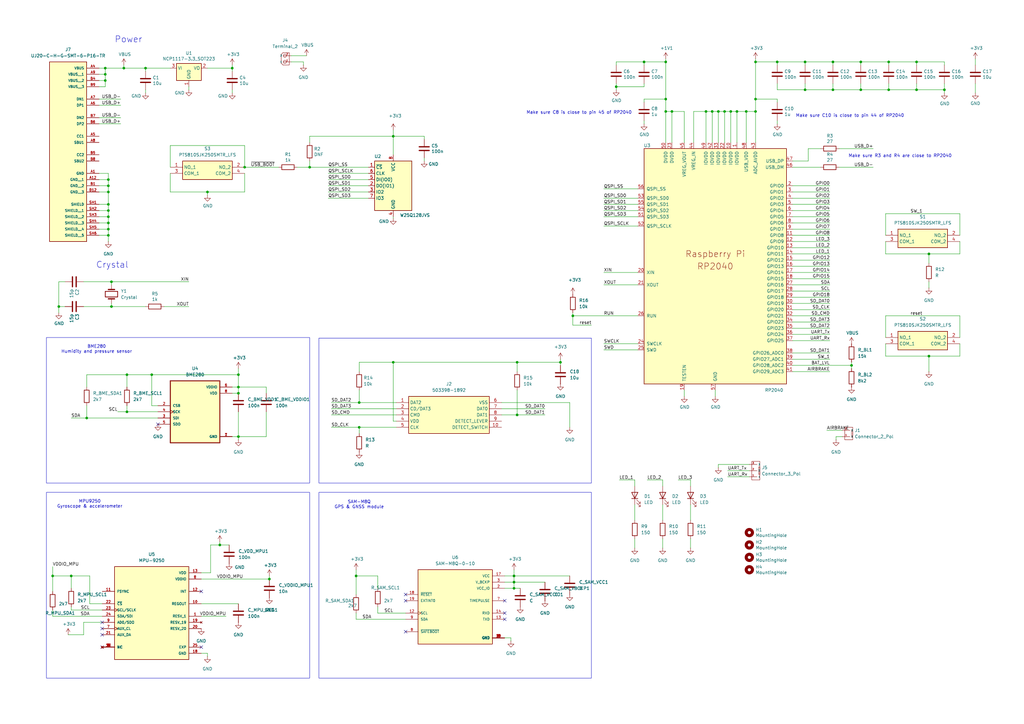
<source format=kicad_sch>
(kicad_sch (version 20250114) (generator "eeschema") (generator_version "9.0")
  (paper "A3")
  (rectangle (start 19.05 201.93) (end 127 278.13))
  (rectangle (start 19.05 138.43) (end 127 198.12))
  (rectangle (start 130.81 138.684) (end 242.57 198.12))
  (rectangle (start 130.81 201.93) (end 242.57 278.13))
  (text "SAM-M8Q\nGPS & GNSS module" (at 147.32 207.01 0) (effects (font (size 1.27 1.27))))
  (text "Crystal" (at 39.37 110.236 0) (effects (font (size 2.54 2.54)) (justify left bottom)))
  (text "Make sure C10 is close to pin 44 of RP2040" (at 326.39 48.26 0) (effects (font (size 1.27 1.27)) (justify left bottom)))
  (text "Make sure R3 and R4 are close to RP2040" (at 347.98 64.77 0) (effects (font (size 1.27 1.27)) (justify left bottom)))
  (text "BME280\nHumidity and pressure sensor" (at 39.624 143.256 0) (effects (font (size 1.27 1.27))))
  (text "MPU9250\nGyroscope & accelerometer\n" (at 36.83 206.756 0) (effects (font (size 1.27 1.27))))
  (text "Power" (at 46.99 17.78 0) (effects (font (size 2.54 2.54)) (justify left bottom)))
  (text "Make sure C8 is close to pin 45 of RP2040" (at 215.9 46.99 0) (effects (font (size 1.27 1.27)) (justify left bottom)))
  (junction (at 309.88 45.72))
  (junction (at 21.59 236.22))
  (junction (at 44.45 96.52))
  (junction (at 161.29 148.59))
  (junction (at 275.59 45.72))
  (junction (at 35.56 171.45))
  (junction (at 97.79 161.29))
  (junction (at 29.21 236.22))
  (junction (at 273.05 25.4))
  (junction (at 45.72 115.57))
  (junction (at 292.1 45.72))
  (junction (at 24.13 125.73))
  (junction (at 44.45 78.74))
  (junction (at 210.82 241.3))
  (junction (at 52.07 153.67))
  (junction (at 62.23 153.67))
  (junction (at 43.18 33.02))
  (junction (at 330.2 36.83))
  (junction (at 97.79 153.67))
  (junction (at 341.63 25.4))
  (junction (at 52.07 168.91))
  (junction (at 353.06 25.4))
  (junction (at 302.26 45.72))
  (junction (at 381 104.14))
  (junction (at 264.16 25.4))
  (junction (at 309.88 25.4))
  (junction (at 381 146.05))
  (junction (at 349.25 149.86))
  (junction (at 44.45 93.98))
  (junction (at 273.05 45.72))
  (junction (at 45.72 125.73))
  (junction (at 50.8 27.94))
  (junction (at 212.09 148.59))
  (junction (at 294.64 45.72))
  (junction (at 273.05 40.64))
  (junction (at 146.05 236.22))
  (junction (at 44.45 88.9))
  (junction (at 375.92 25.4))
  (junction (at 309.88 40.64))
  (junction (at 100.33 68.58))
  (junction (at 44.45 73.66))
  (junction (at 318.77 25.4))
  (junction (at 364.49 25.4))
  (junction (at 234.95 129.54))
  (junction (at 147.32 175.26))
  (junction (at 90.17 223.52))
  (junction (at 44.45 91.44))
  (junction (at 299.72 45.72))
  (junction (at 44.45 86.36))
  (junction (at 375.92 36.83))
  (junction (at 147.32 165.1))
  (junction (at 95.25 27.94))
  (junction (at 341.63 36.83))
  (junction (at 210.82 236.22))
  (junction (at 252.73 35.56))
  (junction (at 127 68.58))
  (junction (at 85.09 78.74))
  (junction (at 353.06 36.83))
  (junction (at 289.56 45.72))
  (junction (at 97.79 179.07))
  (junction (at 97.79 158.75))
  (junction (at 212.09 170.18))
  (junction (at 229.87 148.59))
  (junction (at 110.49 237.49))
  (junction (at 297.18 45.72))
  (junction (at 43.18 27.94))
  (junction (at 43.18 30.48))
  (junction (at 387.35 36.83))
  (junction (at 364.49 36.83))
  (junction (at 330.2 25.4))
  (junction (at 44.45 76.2))
  (junction (at 59.69 27.94))
  (junction (at 306.07 45.72))
  (junction (at 161.29 55.88))
  (junction (at 210.82 238.76))
  (junction (at 44.45 83.82))
  (no_connect (at 41.91 265.43))
  (no_connect (at 41.91 255.27))
  (no_connect (at 166.37 246.38))
  (no_connect (at 64.77 173.99))
  (no_connect (at 207.01 251.46))
  (no_connect (at 41.91 257.81))
  (no_connect (at 82.55 265.43))
  (no_connect (at 207.01 246.38))
  (no_connect (at 166.37 259.08))
  (no_connect (at 207.01 254))
  (no_connect (at 41.91 260.35))
  (no_connect (at 166.37 243.84))
  (no_connect (at 82.55 242.57))
  (wire (pts (xy 34.29 115.57) (xy 45.72 115.57)))
  (wire (pts (xy 234.95 129.54) (xy 261.62 129.54)))
  (wire (pts (xy 40.64 35.56) (xy 43.18 35.56)))
  (wire (pts (xy 400.05 34.29) (xy 400.05 38.1)))
  (wire (pts (xy 40.64 43.18) (xy 49.53 43.18)))
  (wire (pts (xy 36.83 247.65) (xy 36.83 236.22)))
  (wire (pts (xy 264.16 49.53) (xy 264.16 50.8)))
  (wire (pts (xy 309.88 25.4) (xy 309.88 40.64)))
  (wire (pts (xy 280.67 45.72) (xy 275.59 45.72)))
  (wire (pts (xy 229.87 147.32) (xy 229.87 148.59)))
  (wire (pts (xy 261.62 116.84) (xy 247.65 116.84)))
  (wire (pts (xy 210.82 238.76) (xy 223.52 238.76)))
  (wire (pts (xy 44.45 78.74) (xy 44.45 83.82)))
  (wire (pts (xy 325.12 134.62) (xy 340.36 134.62)))
  (wire (pts (xy 109.22 168.91) (xy 109.22 179.07)))
  (wire (pts (xy 95.25 29.21) (xy 95.25 27.94)))
  (wire (pts (xy 35.56 153.67) (xy 52.07 153.67)))
  (wire (pts (xy 69.85 78.74) (xy 85.09 78.74)))
  (wire (pts (xy 252.73 26.67) (xy 252.73 25.4)))
  (wire (pts (xy 207.01 241.3) (xy 210.82 241.3)))
  (wire (pts (xy 325.12 99.06) (xy 340.36 99.06)))
  (wire (pts (xy 325.12 121.92) (xy 340.36 121.92)))
  (wire (pts (xy 97.79 158.75) (xy 109.22 158.75)))
  (wire (pts (xy 44.45 88.9) (xy 44.45 91.44)))
  (wire (pts (xy 325.12 139.7) (xy 340.36 139.7)))
  (wire (pts (xy 325.12 76.2) (xy 340.36 76.2)))
  (wire (pts (xy 298.45 195.58) (xy 307.34 195.58)))
  (wire (pts (xy 375.92 36.83) (xy 364.49 36.83)))
  (wire (pts (xy 212.09 148.59) (xy 229.87 148.59)))
  (wire (pts (xy 271.78 207.01) (xy 271.78 213.36)))
  (wire (pts (xy 252.73 35.56) (xy 252.73 36.83)))
  (wire (pts (xy 34.29 125.73) (xy 45.72 125.73)))
  (wire (pts (xy 40.64 83.82) (xy 44.45 83.82)))
  (wire (pts (xy 353.06 36.83) (xy 341.63 36.83)))
  (wire (pts (xy 147.32 165.1) (xy 162.56 165.1)))
  (wire (pts (xy 151.13 78.74) (xy 134.62 78.74)))
  (wire (pts (xy 124.46 25.4) (xy 124.46 26.67)))
  (wire (pts (xy 162.56 172.72) (xy 161.29 172.72)))
  (wire (pts (xy 325.12 101.6) (xy 340.36 101.6)))
  (wire (pts (xy 100.33 71.12) (xy 100.33 78.74)))
  (wire (pts (xy 210.82 241.3) (xy 213.36 241.3)))
  (wire (pts (xy 40.64 40.64) (xy 49.53 40.64)))
  (wire (pts (xy 95.25 158.75) (xy 97.79 158.75)))
  (wire (pts (xy 400.05 24.13) (xy 400.05 26.67)))
  (wire (pts (xy 299.72 45.72) (xy 302.26 45.72)))
  (wire (pts (xy 331.47 60.96) (xy 336.55 60.96)))
  (wire (pts (xy 325.12 83.82) (xy 340.36 83.82)))
  (wire (pts (xy 69.85 27.94) (xy 59.69 27.94)))
  (wire (pts (xy 90.17 223.52) (xy 90.17 222.25)))
  (wire (pts (xy 387.35 26.67) (xy 387.35 25.4)))
  (wire (pts (xy 85.09 78.74) (xy 85.09 80.01)))
  (wire (pts (xy 252.73 35.56) (xy 264.16 35.56)))
  (wire (pts (xy 247.65 111.76) (xy 261.62 111.76)))
  (wire (pts (xy 364.49 25.4) (xy 375.92 25.4)))
  (wire (pts (xy 40.64 86.36) (xy 44.45 86.36)))
  (wire (pts (xy 275.59 45.72) (xy 273.05 45.72)))
  (wire (pts (xy 21.59 252.73) (xy 21.59 250.19)))
  (wire (pts (xy 40.64 76.2) (xy 44.45 76.2)))
  (wire (pts (xy 264.16 35.56) (xy 264.16 34.29)))
  (wire (pts (xy 95.25 36.83) (xy 95.25 38.1)))
  (wire (pts (xy 127 55.88) (xy 161.29 55.88)))
  (wire (pts (xy 147.32 160.02) (xy 147.32 165.1)))
  (wire (pts (xy 260.35 207.01) (xy 260.35 213.36)))
  (wire (pts (xy 284.48 58.42) (xy 284.48 45.72)))
  (wire (pts (xy 273.05 40.64) (xy 273.05 45.72)))
  (wire (pts (xy 64.77 166.37) (xy 62.23 166.37)))
  (wire (pts (xy 173.99 57.15) (xy 173.99 55.88)))
  (wire (pts (xy 95.25 161.29) (xy 97.79 161.29)))
  (wire (pts (xy 387.35 36.83) (xy 387.35 38.1)))
  (wire (pts (xy 154.94 248.92) (xy 154.94 251.46)))
  (wire (pts (xy 381 146.05) (xy 393.7 146.05)))
  (wire (pts (xy 349.25 149.86) (xy 349.25 148.59)))
  (wire (pts (xy 325.12 86.36) (xy 340.36 86.36)))
  (wire (pts (xy 135.89 165.1) (xy 147.32 165.1)))
  (wire (pts (xy 21.59 236.22) (xy 29.21 236.22)))
  (wire (pts (xy 234.95 133.35) (xy 242.57 133.35)))
  (wire (pts (xy 45.72 116.84) (xy 45.72 115.57)))
  (wire (pts (xy 381 146.05) (xy 381 152.4)))
  (wire (pts (xy 207.01 236.22) (xy 210.82 236.22)))
  (wire (pts (xy 325.12 129.54) (xy 340.36 129.54)))
  (wire (pts (xy 147.32 148.59) (xy 161.29 148.59)))
  (wire (pts (xy 247.65 81.28) (xy 261.62 81.28)))
  (wire (pts (xy 97.79 158.75) (xy 97.79 161.29)))
  (wire (pts (xy 40.64 30.48) (xy 43.18 30.48)))
  (wire (pts (xy 210.82 241.3) (xy 210.82 238.76)))
  (wire (pts (xy 325.12 93.98) (xy 340.36 93.98)))
  (wire (pts (xy 309.88 40.64) (xy 318.77 40.64)))
  (wire (pts (xy 166.37 254) (xy 146.05 254)))
  (wire (pts (xy 34.29 255.27) (xy 41.91 255.27)))
  (wire (pts (xy 69.85 59.69) (xy 100.33 59.69)))
  (wire (pts (xy 283.21 220.98) (xy 283.21 224.79)))
  (wire (pts (xy 283.21 207.01) (xy 283.21 213.36)))
  (wire (pts (xy 341.63 26.67) (xy 341.63 25.4)))
  (wire (pts (xy 40.64 91.44) (xy 44.45 91.44)))
  (wire (pts (xy 43.18 30.48) (xy 43.18 27.94)))
  (wire (pts (xy 109.22 158.75) (xy 109.22 161.29)))
  (wire (pts (xy 205.74 170.18) (xy 212.09 170.18)))
  (wire (pts (xy 381 104.14) (xy 381 107.95)))
  (wire (pts (xy 325.12 88.9) (xy 340.36 88.9)))
  (wire (pts (xy 29.21 171.45) (xy 35.56 171.45)))
  (wire (pts (xy 35.56 153.67) (xy 35.56 158.75)))
  (wire (pts (xy 325.12 152.4) (xy 340.36 152.4)))
  (wire (pts (xy 151.13 81.28) (xy 134.62 81.28)))
  (wire (pts (xy 147.32 148.59) (xy 147.32 152.4)))
  (wire (pts (xy 151.13 76.2) (xy 134.62 76.2)))
  (wire (pts (xy 44.45 73.66) (xy 44.45 76.2)))
  (wire (pts (xy 52.07 153.67) (xy 52.07 158.75)))
  (wire (pts (xy 325.12 144.78) (xy 340.36 144.78)))
  (wire (pts (xy 309.88 45.72) (xy 309.88 58.42)))
  (wire (pts (xy 40.64 27.94) (xy 43.18 27.94)))
  (wire (pts (xy 325.12 104.14) (xy 340.36 104.14)))
  (wire (pts (xy 69.85 68.58) (xy 69.85 59.69)))
  (wire (pts (xy 212.09 160.02) (xy 212.09 170.18)))
  (wire (pts (xy 92.71 252.73) (xy 82.55 252.73)))
  (wire (pts (xy 264.16 25.4) (xy 273.05 25.4)))
  (wire (pts (xy 59.69 36.83) (xy 59.69 38.1)))
  (wire (pts (xy 297.18 58.42) (xy 297.18 45.72)))
  (wire (pts (xy 363.22 146.05) (xy 381 146.05)))
  (wire (pts (xy 95.25 179.07) (xy 97.79 179.07)))
  (wire (pts (xy 363.22 129.54) (xy 393.7 129.54)))
  (wire (pts (xy 151.13 73.66) (xy 134.62 73.66)))
  (wire (pts (xy 44.45 96.52) (xy 44.45 99.06)))
  (wire (pts (xy 146.05 233.68) (xy 146.05 236.22)))
  (wire (pts (xy 294.64 45.72) (xy 297.18 45.72)))
  (wire (pts (xy 353.06 26.67) (xy 353.06 25.4)))
  (wire (pts (xy 40.64 48.26) (xy 49.53 48.26)))
  (wire (pts (xy 41.91 252.73) (xy 21.59 252.73)))
  (wire (pts (xy 146.05 236.22) (xy 146.05 243.84)))
  (wire (pts (xy 147.32 175.26) (xy 147.32 177.8)))
  (wire (pts (xy 318.77 49.53) (xy 318.77 50.8)))
  (wire (pts (xy 364.49 34.29) (xy 364.49 36.83)))
  (wire (pts (xy 318.77 34.29) (xy 318.77 36.83)))
  (wire (pts (xy 375.92 26.67) (xy 375.92 25.4)))
  (wire (pts (xy 325.12 116.84) (xy 340.36 116.84)))
  (wire (pts (xy 21.59 242.57) (xy 21.59 236.22)))
  (wire (pts (xy 173.99 64.77) (xy 173.99 66.04)))
  (wire (pts (xy 26.67 125.73) (xy 24.13 125.73)))
  (wire (pts (xy 353.06 25.4) (xy 364.49 25.4)))
  (wire (pts (xy 353.06 34.29) (xy 353.06 36.83)))
  (wire (pts (xy 90.17 223.52) (xy 93.98 223.52)))
  (wire (pts (xy 331.47 60.96) (xy 331.47 66.04)))
  (wire (pts (xy 341.63 25.4) (xy 353.06 25.4)))
  (wire (pts (xy 325.12 111.76) (xy 340.36 111.76)))
  (wire (pts (xy 21.59 232.41) (xy 21.59 236.22)))
  (wire (pts (xy 44.45 83.82) (xy 44.45 86.36)))
  (wire (pts (xy 280.67 58.42) (xy 280.67 45.72)))
  (wire (pts (xy 97.79 151.13) (xy 97.79 153.67)))
  (wire (pts (xy 29.21 250.19) (xy 29.21 248.92)))
  (wire (pts (xy 210.82 236.22) (xy 210.82 233.68)))
  (wire (pts (xy 393.7 104.14) (xy 393.7 99.06)))
  (wire (pts (xy 34.29 255.27) (xy 34.29 260.35)))
  (wire (pts (xy 261.62 143.51) (xy 247.65 143.51)))
  (wire (pts (xy 325.12 81.28) (xy 340.36 81.28)))
  (wire (pts (xy 154.94 236.22) (xy 146.05 236.22)))
  (wire (pts (xy 36.83 236.22) (xy 29.21 236.22)))
  (wire (pts (xy 252.73 25.4) (xy 264.16 25.4)))
  (wire (pts (xy 363.22 99.06) (xy 363.22 104.14)))
  (wire (pts (xy 284.48 45.72) (xy 289.56 45.72)))
  (wire (pts (xy 260.35 220.98) (xy 260.35 224.79)))
  (wire (pts (xy 381 104.14) (xy 393.7 104.14)))
  (wire (pts (xy 325.12 147.32) (xy 340.36 147.32)))
  (wire (pts (xy 24.13 125.73) (xy 24.13 128.27)))
  (wire (pts (xy 330.2 36.83) (xy 318.77 36.83)))
  (wire (pts (xy 297.18 45.72) (xy 299.72 45.72)))
  (wire (pts (xy 40.64 93.98) (xy 44.45 93.98)))
  (wire (pts (xy 40.64 50.8) (xy 49.53 50.8)))
  (wire (pts (xy 363.22 138.43) (xy 363.22 129.54)))
  (wire (pts (xy 161.29 172.72) (xy 161.29 148.59)))
  (wire (pts (xy 146.05 254) (xy 146.05 251.46)))
  (wire (pts (xy 325.12 109.22) (xy 340.36 109.22)))
  (wire (pts (xy 363.22 104.14) (xy 381 104.14)))
  (wire (pts (xy 29.21 241.3) (xy 29.21 236.22)))
  (wire (pts (xy 341.63 36.83) (xy 330.2 36.83)))
  (wire (pts (xy 100.33 59.69) (xy 100.33 68.58)))
  (wire (pts (xy 271.78 220.98) (xy 271.78 224.79)))
  (wire (pts (xy 342.9 179.07) (xy 345.44 179.07)))
  (wire (pts (xy 325.12 96.52) (xy 340.36 96.52)))
  (wire (pts (xy 64.77 168.91) (xy 52.07 168.91)))
  (wire (pts (xy 280.67 160.02) (xy 280.67 162.56)))
  (wire (pts (xy 62.23 153.67) (xy 97.79 153.67)))
  (wire (pts (xy 306.07 45.72) (xy 309.88 45.72)))
  (wire (pts (xy 48.26 168.91) (xy 52.07 168.91)))
  (wire (pts (xy 339.09 176.53) (xy 345.44 176.53)))
  (wire (pts (xy 100.33 68.58) (xy 114.3 68.58)))
  (wire (pts (xy 375.92 25.4) (xy 387.35 25.4)))
  (wire (pts (xy 306.07 58.42) (xy 306.07 45.72)))
  (wire (pts (xy 85.09 269.24) (xy 85.09 267.97)))
  (wire (pts (xy 260.35 196.85) (xy 260.35 199.39)))
  (wire (pts (xy 325.12 124.46) (xy 340.36 124.46)))
  (wire (pts (xy 41.91 250.19) (xy 29.21 250.19)))
  (wire (pts (xy 292.1 58.42) (xy 292.1 45.72)))
  (wire (pts (xy 62.23 153.67) (xy 62.23 166.37)))
  (wire (pts (xy 261.62 92.71) (xy 247.65 92.71)))
  (wire (pts (xy 44.45 93.98) (xy 44.45 96.52)))
  (wire (pts (xy 393.7 129.54) (xy 393.7 138.43)))
  (wire (pts (xy 264.16 26.67) (xy 264.16 25.4)))
  (wire (pts (xy 234.95 129.54) (xy 234.95 133.35)))
  (wire (pts (xy 330.2 26.67) (xy 330.2 25.4)))
  (wire (pts (xy 67.31 125.73) (xy 77.47 125.73)))
  (wire (pts (xy 261.62 140.97) (xy 247.65 140.97)))
  (wire (pts (xy 325.12 91.44) (xy 340.36 91.44)))
  (wire (pts (xy 109.22 179.07) (xy 97.79 179.07)))
  (wire (pts (xy 35.56 171.45) (xy 64.77 171.45)))
  (wire (pts (xy 294.64 58.42) (xy 294.64 45.72)))
  (wire (pts (xy 97.79 168.91) (xy 97.79 179.07)))
  (wire (pts (xy 293.37 160.02) (xy 293.37 162.56)))
  (wire (pts (xy 77.47 35.56) (xy 77.47 36.83)))
  (wire (pts (xy 45.72 125.73) (xy 59.69 125.73)))
  (wire (pts (xy 299.72 58.42) (xy 299.72 45.72)))
  (wire (pts (xy 254 196.85) (xy 260.35 196.85)))
  (wire (pts (xy 375.92 36.83) (xy 387.35 36.83)))
  (wire (pts (xy 393.7 146.05) (xy 393.7 140.97)))
  (wire (pts (xy 292.1 45.72) (xy 294.64 45.72)))
  (wire (pts (xy 154.94 241.3) (xy 154.94 236.22)))
  (wire (pts (xy 40.64 88.9) (xy 44.45 88.9)))
  (wire (pts (xy 161.29 89.535) (xy 161.29 88.9)))
  (wire (pts (xy 252.73 34.29) (xy 252.73 35.56)))
  (wire (pts (xy 50.8 27.94) (xy 59.69 27.94)))
  (wire (pts (xy 247.65 86.36) (xy 261.62 86.36)))
  (wire (pts (xy 82.55 234.95) (xy 86.36 234.95)))
  (wire (pts (xy 318.77 25.4) (xy 330.2 25.4)))
  (wire (pts (xy 44.45 86.36) (xy 44.45 88.9)))
  (wire (pts (xy 278.13 196.85) (xy 283.21 196.85)))
  (wire (pts (xy 161.29 148.59) (xy 212.09 148.59)))
  (wire (pts (xy 344.17 60.96) (xy 358.14 60.96)))
  (wire (pts (xy 247.65 83.82) (xy 261.62 83.82)))
  (wire (pts (xy 349.25 149.86) (xy 349.25 151.13)))
  (wire (pts (xy 387.35 34.29) (xy 387.35 36.83)))
  (wire (pts (xy 45.72 115.57) (xy 77.47 115.57)))
  (wire (pts (xy 44.45 71.12) (xy 40.64 71.12)))
  (wire (pts (xy 234.95 128.27) (xy 234.95 129.54)))
  (wire (pts (xy 309.88 24.13) (xy 309.88 25.4)))
  (wire (pts (xy 302.26 45.72) (xy 306.07 45.72)))
  (wire (pts (xy 82.55 237.49) (xy 110.49 237.49)))
  (wire (pts (xy 85.09 267.97) (xy 82.55 267.97)))
  (wire (pts (xy 273.05 24.13) (xy 273.05 25.4)))
  (wire (pts (xy 273.05 25.4) (xy 273.05 40.64)))
  (wire (pts (xy 325.12 66.04) (xy 331.47 66.04)))
  (wire (pts (xy 44.45 76.2) (xy 44.45 78.74)))
  (wire (pts (xy 100.33 78.74) (xy 85.09 78.74)))
  (wire (pts (xy 265.43 196.85) (xy 271.78 196.85)))
  (wire (pts (xy 59.69 29.21) (xy 59.69 27.94)))
  (wire (pts (xy 363.22 140.97) (xy 363.22 146.05)))
  (wire (pts (xy 40.64 33.02) (xy 43.18 33.02)))
  (wire (pts (xy 119.38 25.4) (xy 124.46 25.4)))
  (wire (pts (xy 135.89 167.64) (xy 162.56 167.64)))
  (wire (pts (xy 40.64 78.74) (xy 44.45 78.74)))
  (wire (pts (xy 85.09 27.94) (xy 95.25 27.94)))
  (wire (pts (xy 325.12 78.74) (xy 340.36 78.74)))
  (wire (pts (xy 325.12 114.3) (xy 340.36 114.3)))
  (wire (pts (xy 82.55 247.65) (xy 97.79 247.65)))
  (wire (pts (xy 97.79 180.34) (xy 97.79 179.07)))
  (wire (pts (xy 110.49 236.22) (xy 110.49 237.49)))
  (wire (pts (xy 207.01 238.76) (xy 210.82 238.76)))
  (wire (pts (xy 210.82 236.22) (xy 233.68 236.22)))
  (wire (pts (xy 302.26 45.72) (xy 302.26 58.42)))
  (wire (pts (xy 34.29 260.35) (xy 27.94 260.35)))
  (wire (pts (xy 261.62 77.47) (xy 247.65 77.47)))
  (wire (pts (xy 344.17 68.58) (xy 358.14 68.58)))
  (wire (pts (xy 342.9 180.34) (xy 342.9 179.07)))
  (wire (pts (xy 43.18 35.56) (xy 43.18 33.02)))
  (wire (pts (xy 69.85 78.74) (xy 69.85 71.12)))
  (wire (pts (xy 381 115.57) (xy 381 118.11)))
  (wire (pts (xy 330.2 25.4) (xy 341.63 25.4)))
  (wire (pts (xy 264.16 41.91) (xy 264.16 40.64)))
  (wire (pts (xy 393.7 87.63) (xy 393.7 96.52)))
  (wire (pts (xy 24.13 115.57) (xy 24.13 125.73)))
  (wire (pts (xy 35.56 166.37) (xy 35.56 171.45)))
  (wire (pts (xy 135.89 175.26) (xy 147.32 175.26)))
  (wire (pts (xy 233.68 165.1) (xy 205.74 165.1)))
  (wire (pts (xy 134.62 71.12) (xy 151.13 71.12)))
  (wire (pts (xy 127 66.04) (xy 127 68.58)))
  (wire (pts (xy 309.88 25.4) (xy 318.77 25.4)))
  (wire (pts (xy 375.92 34.29) (xy 375.92 36.83)))
  (wire (pts (xy 364.49 26.67) (xy 364.49 25.4)))
  (wire (pts (xy 363.22 96.52) (xy 363.22 87.63)))
  (wire (pts (xy 52.07 168.91) (xy 52.07 166.37)))
  (wire (pts (xy 40.64 73.66) (xy 44.45 73.66)))
  (wire (pts (xy 325.12 127) (xy 340.36 127)))
  (wire (pts (xy 210.82 238.76) (xy 210.82 236.22)))
  (wire (pts (xy 325.12 106.68) (xy 340.36 106.68)))
  (wire (pts (xy 154.94 251.46) (xy 166.37 251.46)))
  (wire (pts (xy 294.64 190.5) (xy 307.34 190.5)))
  (wire (pts (xy 264.16 40.64) (xy 273.05 40.64)))
  (wire (pts (xy 233.68 175.26) (xy 233.68 165.1)))
  (wire (pts (xy 229.87 148.59) (xy 229.87 149.86)))
  (wire (pts (xy 223.52 167.64) (xy 205.74 167.64)))
  (wire (pts (xy 330.2 34.29) (xy 330.2 36.83)))
  (wire (pts (xy 161.29 55.88) (xy 173.99 55.88)))
  (wire (pts (xy 273.05 45.72) (xy 273.05 58.42)))
  (wire (pts (xy 86.36 223.52) (xy 90.17 223.52)))
  (wire (pts (xy 289.56 45.72) (xy 292.1 45.72)))
  (wire (pts (xy 209.55 261.62) (xy 207.01 261.62)))
  (wire (pts (xy 43.18 33.02) (xy 43.18 30.48)))
  (wire (pts (xy 364.49 36.83) (xy 353.06 36.83)))
  (wire (pts (xy 135.89 170.18) (xy 162.56 170.18)))
  (wire (pts (xy 298.45 193.04) (xy 307.34 193.04)))
  (wire (pts (xy 289.56 58.42) (xy 289.56 45.72)))
  (wire (pts (xy 40.64 96.52) (xy 44.45 96.52)))
  (wire (pts (xy 86.36 223.52) (xy 86.36 234.95)))
  (wire (pts (xy 95.25 27.94) (xy 95.25 26.67)))
  (wire (pts (xy 121.92 68.58) (xy 127 68.58)))
  (wire (pts (xy 275.59 58.42) (xy 275.59 45.72)))
  (wire (pts (xy 325.12 119.38) (xy 340.36 119.38)))
  (wire (pts (xy 271.78 196.85) (xy 271.78 199.39)))
  (wire (pts (xy 43.18 27.94) (xy 50.8 27.94)))
  (wire (pts (xy 283.21 196.85) (xy 283.21 199.39)))
  (wire (pts (xy 223.52 170.18) (xy 212.09 170.18)))
  (wire (pts (xy 294.64 191.77) (xy 294.64 190.5)))
  (wire (pts (xy 97.79 153.67) (xy 97.79 158.75)))
  (wire (pts (xy 161.29 53.34) (xy 161.29 55.88)))
  (wire (pts (xy 127 58.42) (xy 127 55.88)))
  (wire (pts (xy 309.88 40.64) (xy 309.88 45.72)))
  (wire (pts (xy 26.67 115.57) (xy 24.13 115.57)))
  (wire (pts (xy 44.45 71.12) (xy 44.45 73.66)))
  (wire (pts (xy 41.91 247.65) (xy 36.83 247.65)))
  (wire (pts (xy 318.77 41.91) (xy 318.77 40.64)))
  (wire (pts (xy 161.29 55.88) (xy 161.29 63.5)))
  (wire (pts (xy 125.73 22.86) (xy 119.38 22.86)))
  (wire (pts (xy 212.09 148.59) (xy 212.09 152.4)))
  (wire (pts (xy 325.12 137.16) (xy 340.36 137.16)))
  (wire (pts (xy 50.8 26.67) (xy 50.8 27.94)))
  (wire (pts (xy 45.72 124.46) (xy 45.72 125.73)))
  (wire (pts (xy 147.32 175.26) (xy 162.56 175.26)))
  (wire (pts (xy 325.12 132.08) (xy 340.36 132.08)))
  (wire (pts (xy 325.12 149.86) (xy 349.25 149.86)))
  (wire (pts (xy 341.63 34.29) (xy 341.63 36.83)))
  (wire (pts (xy 318.77 26.67) (xy 318.77 25.4)))
  (wire (pts (xy 209.55 262.89) (xy 209.55 261.62)))
  (wire (pts (xy 127 68.58) (xy 151.13 68.58)))
  (wire (pts (xy 325.12 68.58) (xy 336.55 68.58)))
  (wire (pts (xy 52.07 153.67) (xy 62.23 153.67)))
  (wire (pts (xy 363.22 87.63) (xy 393.7 87.63)))
  (wire (pts (xy 44.45 91.44) (xy 44.45 93.98)))
  (wire (pts (xy 247.65 88.9) (xy 261.62 88.9)))
  (label "VDDIO_MPU" (at 21.59 232.41 0))
  (label "SW_1" (at 340.36 147.32 180))
  (label "XIN" (at 247.65 111.76 0))
  (label "LED_2" (at 265.43 196.85 0))
  (label "UART_Tx" (at 340.36 137.16 180))
  (label "QSPI_SD0" (at 134.62 73.66 0))
  (label "SD_DAT2" (at 340.36 134.62 180))
  (label "SWD" (at 247.65 143.51 0))
  (label "XIN" (at 77.47 115.57 180))
  (label "SD_CLK" (at 135.89 175.26 0))
  (label "AIRBRAKE" (at 339.09 176.53 0))
  (label "LED_1" (at 340.36 104.14 180))
  (label "SD_DAT0" (at 223.52 167.64 180))
  (label "VDDIO_MPU" (at 92.71 252.73 180))
  (label "QSPI_SD3" (at 134.62 81.28 0))
  (label "SDA" (at 340.36 116.84 180))
  (label "AIRBRAKE" (at 340.36 152.4 180))
  (label "QSPI_SD2" (at 247.65 86.36 0))
  (label "SD_DAT3" (at 340.36 132.08 180))
  (label "QSPI_SS" (at 247.65 77.47 0))
  (label "VDDIO_MPU" (at 88.9 237.49 0))
  (label "LED_2" (at 340.36 101.6 180))
  (label "GPIO2" (at 340.36 81.28 180))
  (label "GPIO14" (at 340.36 111.76 180))
  (label "SD_DAT1" (at 340.36 144.78 180))
  (label "SDA" (at 33.02 252.73 0))
  (label "QSPI_SD1" (at 247.65 83.82 0))
  (label "SW_1" (at 373.38 87.63 0))
  (label "GPIO0" (at 340.36 76.2 180))
  (label "UART_Rx" (at 298.45 195.58 0))
  (label "GPIO12" (at 340.36 106.68 180))
  (label "GPIO18" (at 340.36 121.92 180))
  (label "SDA" (at 148.59 254 0))
  (label "USB_D+" (at 49.53 50.8 180))
  (label "LED_1" (at 254 196.85 0))
  (label "QSPI_SD1" (at 134.62 76.2 0))
  (label "GPIO7" (at 340.36 93.98 180))
  (label "SD_DAT3" (at 135.89 167.64 0))
  (label "QSPI_SD2" (at 134.62 78.74 0))
  (label "RUN" (at 247.65 129.54 0))
  (label "USB_D+" (at 358.14 60.96 180))
  (label "XOUT" (at 77.47 125.73 180))
  (label "QSPI_SD0" (at 247.65 81.28 0))
  (label "QSPI_SD3" (at 247.65 88.9 0))
  (label "GPIO4" (at 340.36 86.36 180))
  (label "SCL" (at 48.26 168.91 180))
  (label "QSPI_SCLK" (at 134.62 71.12 0))
  (label "GPIO15" (at 340.36 114.3 180))
  (label "SD_CLK" (at 340.36 127 180))
  (label "SDA" (at 29.21 171.45 0))
  (label "SCL" (at 36.83 250.19 180))
  (label "GPIO8" (at 340.36 96.52 180))
  (label "BAT_LVL" (at 340.36 149.86 180))
  (label "USB_D-" (at 49.53 48.26 180))
  (label "GPIO13" (at 340.36 109.22 180))
  (label "~{USB_BOOT}" (at 102.87 68.58 0))
  (label "XOUT" (at 247.65 116.84 0))
  (label "GPIO1" (at 340.36 78.74 180))
  (label "reset" (at 242.57 133.35 180))
  (label "reset" (at 373.38 129.54 0))
  (label "QSPI_SS" (at 134.62 68.58 0))
  (label "SD_DAT1" (at 223.52 170.18 180))
  (label "USB_D-" (at 49.53 40.64 180))
  (label "SD_CMD" (at 135.89 170.18 0))
  (label "SD_CMD" (at 340.36 129.54 180))
  (label "GPIO6" (at 340.36 91.44 180))
  (label "SD_DAT2" (at 135.89 165.1 0))
  (label "USB_D+" (at 49.53 43.18 180))
  (label "UART_Rx" (at 340.36 139.7 180))
  (label "UART_Tx" (at 298.45 193.04 0))
  (label "LED_3" (at 278.13 196.85 0))
  (label "SCL" (at 161.29 251.46 180))
  (label "SCL" (at 340.36 119.38 180))
  (label "USB_D-" (at 358.14 68.58 180))
  (label "GPIO3" (at 340.36 83.82 180))
  (label "QSPI_SCLK" (at 247.65 92.71 0))
  (label "LED_3" (at 340.36 99.06 180))
  (label "SD_DAT0" (at 340.36 124.46 180))
  (label "SWCLK" (at 247.65 140.97 0))
  (label "GPIO5" (at 340.36 88.9 180))
  (symbol (lib_id "MCU_RaspberryPi_RP2040:RP2040") (at 293.37 109.22 0) (unit 1)
    (property "Reference" "U3" (at 265.43 59.69 0))
    (property "Value" "RP2040" (at 317.5 160.02 0))
    (property "Footprint" "RP2040_minimal_r2:RP2040-QFN-56" (effects (hide yes)))
  )
  (symbol (lib_id "Memory_Flash:W25Q128JVS") (at 161.29 76.2 0) (unit 1)
    (property "Reference" "U2" (at 154.94 64.135 0))
    (property "Value" "W25Q128JVS" (at 170.18 88.265 0))
    (property "Footprint" "Package_SO:SOIC-8_5.3x5.3mm_P1.27mm" (effects (hide yes)))
    (property "Datasheet" "http://www.winbond.com/resource-files/w25q128jv_dtr%20revc%2003272018%20plus.pdf" (effects (hide yes)))
  )
  (symbol (lib_name "+3V3_2") (lib_id "power:+3V3") (at 161.29 53.34 0) (unit 1)
    (property "Reference" "#PWR07" (effects (hide yes)))
    (property "Value" "+3V3" (at 162.052 47.498 0))
  )
  (symbol (lib_name "GND_4") (lib_id "power:GND") (at 161.29 89.535 0) (unit 1)
    (property "Reference" "#PWR08" (effects (hide yes)))
    (property "Value" "GND" (at 157.48 90.805 0))
  )
  (symbol (lib_id "Device:R") (at 127 62.23 0) (unit 1)
    (property "Reference" "R2" (at 128.778 61.0616 0) (effects (justify left)))
    (property "Value" "DNF" (at 128.778 63.373 0) (effects (justify left)))
    (property "Footprint" "Resistor_SMD:R_0805_2012Metric" (effects (hide yes)))
  )
  (symbol (lib_id "Device:R") (at 118.11 68.58 270) (unit 1)
    (property "Reference" "R1" (at 118.11 63.3222 90))
    (property "Value" "1k" (at 118.11 65.6336 90))
    (property "Footprint" "Resistor_SMD:R_0805_2012Metric" (effects (hide yes)))
  )
  (symbol (lib_id "Device:C") (at 173.99 60.96 0) (unit 1)
    (property "Reference" "C5" (at 176.911 59.7916 0) (effects (justify left)))
    (property "Value" "100n" (at 176.911 62.103 0) (effects (justify left)))
    (property "Footprint" "Capacitor_SMD:C_0805_2012Metric" (effects (hide yes)))
  )
  (symbol (lib_name "GND_3") (lib_id "power:GND") (at 173.99 66.04 0) (unit 1)
    (property "Reference" "#PWR011" (effects (hide yes)))
    (property "Value" "GND" (at 177.8 67.31 0))
  )
  (symbol (lib_name "GND_2") (lib_id "power:GND") (at 293.37 162.56 0) (unit 1)
    (property "Reference" "#PWR016" (effects (hide yes)))
    (property "Value" "GND" (at 293.497 166.9542 0))
  )
  (symbol (lib_name "GND_1") (lib_id "power:GND") (at 280.67 162.56 0) (unit 1)
    (property "Reference" "#PWR015" (effects (hide yes)))
    (property "Value" "GND" (at 280.797 166.9542 0))
  )
  (symbol (lib_id "Device:R") (at 340.36 60.96 270) (unit 1)
    (property "Reference" "R3" (at 340.36 55.7022 90))
    (property "Value" "27" (at 340.36 58.0136 90))
    (property "Footprint" "Resistor_SMD:R_0805_2012Metric" (effects (hide yes)))
  )
  (symbol (lib_id "Device:R") (at 340.36 68.58 270) (unit 1)
    (property "Reference" "R4" (at 340.36 63.3222 90))
    (property "Value" "27" (at 340.36 65.6336 90))
    (property "Footprint" "Resistor_SMD:R_0805_2012Metric" (effects (hide yes)))
  )
  (symbol (lib_name "+3V3_1") (lib_id "power:+3V3") (at 309.88 24.13 0) (unit 1)
    (property "Reference" "#PWR017" (effects (hide yes)))
    (property "Value" "+3V3" (at 310.261 19.7358 0))
  )
  (symbol (lib_id "power:+1V1") (at 273.05 24.13 0) (unit 1)
    (property "Reference" "#PWR014" (effects (hide yes)))
    (property "Value" "+1V1" (at 273.431 19.7358 0))
  )
  (symbol (lib_id "Device:C") (at 318.77 30.48 0) (unit 1)
    (property "Reference" "C9" (at 321.691 29.3116 0) (effects (justify left)))
    (property "Value" "100n" (at 321.691 31.623 0) (effects (justify left)))
    (property "Footprint" "Capacitor_SMD:C_0805_2012Metric" (effects (hide yes)))
  )
  (symbol (lib_id "Device:C") (at 330.2 30.48 0) (unit 1)
    (property "Reference" "C11" (at 333.121 29.3116 0) (effects (justify left)))
    (property "Value" "100n" (at 333.121 31.623 0) (effects (justify left)))
    (property "Footprint" "Capacitor_SMD:C_0805_2012Metric" (effects (hide yes)))
  )
  (symbol (lib_id "Device:C") (at 341.63 30.48 0) (unit 1)
    (property "Reference" "C12" (at 344.551 29.3116 0) (effects (justify left)))
    (property "Value" "100n" (at 344.551 31.623 0) (effects (justify left)))
    (property "Footprint" "Capacitor_SMD:C_0805_2012Metric" (effects (hide yes)))
  )
  (symbol (lib_id "Device:C") (at 353.06 30.48 0) (unit 1)
    (property "Reference" "C13" (at 355.981 29.3116 0) (effects (justify left)))
    (property "Value" "100n" (at 355.981 31.623 0) (effects (justify left)))
    (property "Footprint" "Capacitor_SMD:C_0805_2012Metric" (effects (hide yes)))
  )
  (symbol (lib_id "Device:C") (at 364.49 30.48 0) (unit 1)
    (property "Reference" "C14" (at 367.411 29.3116 0) (effects (justify left)))
    (property "Value" "100n" (at 367.411 31.623 0) (effects (justify left)))
    (property "Footprint" "Capacitor_SMD:C_0805_2012Metric" (effects (hide yes)))
  )
  (symbol (lib_id "Device:C") (at 375.92 30.48 0) (unit 1)
    (property "Reference" "C15" (at 378.841 29.3116 0) (effects (justify left)))
    (property "Value" "100n" (at 378.841 31.623 0) (effects (justify left)))
    (property "Footprint" "Capacitor_SMD:C_0805_2012Metric" (effects (hide yes)))
  )
  (symbol (lib_id "Device:C") (at 387.35 30.48 0) (unit 1)
    (property "Reference" "C16" (at 390.271 29.3116 0) (effects (justify left)))
    (property "Value" "100n" (at 390.271 31.623 0) (effects (justify left)))
    (property "Footprint" "Capacitor_SMD:C_0805_2012Metric" (effects (hide yes)))
  )
  (symbol (lib_id "Device:C") (at 252.73 30.48 0) (unit 1)
    (property "Reference" "C6" (at 255.651 29.3116 0) (effects (justify left)))
    (property "Value" "100n" (at 255.651 31.623 0) (effects (justify left)))
    (property "Footprint" "Capacitor_SMD:C_0805_2012Metric" (effects (hide yes)))
  )
  (symbol (lib_id "Device:C") (at 264.16 30.48 0) (unit 1)
    (property "Reference" "C7" (at 267.081 29.3116 0) (effects (justify left)))
    (property "Value" "100n" (at 267.081 31.623 0) (effects (justify left)))
    (property "Footprint" "Capacitor_SMD:C_0805_2012Metric" (effects (hide yes)))
  )
  (symbol (lib_id "Device:C") (at 264.16 45.72 0) (unit 1)
    (property "Reference" "C8" (at 267.081 44.5516 0) (effects (justify left)))
    (property "Value" "1u" (at 267.081 46.863 0) (effects (justify left)))
    (property "Footprint" "Capacitor_SMD:C_0805_2012Metric" (effects (hide yes)))
  )
  (symbol (lib_id "Device:C") (at 318.77 45.72 0) (unit 1)
    (property "Reference" "C10" (at 321.691 44.5516 0) (effects (justify left)))
    (property "Value" "1u" (at 321.691 46.863 0) (effects (justify left)))
    (property "Footprint" "Capacitor_SMD:C_0805_2012Metric" (effects (hide yes)))
  )
  (symbol (lib_id "Mechanical:MountingHole") (at 307.34 218.44 0) (unit 1) (in_bom no)
    (property "Reference" "H1" (at 309.88 217.2716 0) (effects (justify left)))
    (property "Value" "MountingHole" (at 309.88 219.583 0) (effects (justify left)))
    (property "Footprint" "MountingHole:MountingHole_3.5mm" (effects (hide yes)))
  )
  (symbol (lib_name "MountingHole_3") (lib_id "Mechanical:MountingHole") (at 307.34 223.52 0) (unit 1) (in_bom no)
    (property "Reference" "H2" (at 309.88 222.3516 0) (effects (justify left)))
    (property "Value" "MountingHole" (at 309.88 224.663 0) (effects (justify left)))
    (property "Footprint" "MountingHole:MountingHole_3.5mm" (effects (hide yes)))
  )
  (symbol (lib_name "MountingHole_2") (lib_id "Mechanical:MountingHole") (at 307.34 228.6 0) (unit 1) (in_bom no)
    (property "Reference" "H3" (at 309.88 227.4316 0) (effects (justify left)))
    (property "Value" "MountingHole" (at 309.88 229.743 0) (effects (justify left)))
    (property "Footprint" "MountingHole:MountingHole_3.5mm" (effects (hide yes)))
  )
  (symbol (lib_name "MountingHole_1") (lib_id "Mechanical:MountingHole") (at 307.34 233.68 0) (unit 1) (in_bom no)
    (property "Reference" "H4" (at 309.88 232.5116 0) (effects (justify left)))
    (property "Value" "MountingHole" (at 309.88 234.823 0) (effects (justify left)))
    (property "Footprint" "MountingHole:MountingHole_3.5mm" (effects (hide yes)))
  )
  (symbol (lib_name "GND_13") (lib_id "power:GND") (at 387.35 38.1 0) (unit 1)
    (property "Reference" "#PWR023" (effects (hide yes)))
    (property "Value" "GND" (at 387.477 42.4942 0))
  )
  (symbol (lib_name "GND_12") (lib_id "power:GND") (at 252.73 36.83 0) (unit 1)
    (property "Reference" "#PWR012" (effects (hide yes)))
    (property "Value" "GND" (at 252.857 41.2242 0))
  )
  (symbol (lib_name "GND_10") (lib_id "power:GND") (at 264.16 50.8 0) (unit 1)
    (property "Reference" "#PWR013" (effects (hide yes)))
    (property "Value" "GND" (at 264.287 55.1942 0))
  )
  (symbol (lib_name "GND_9") (lib_id "power:GND") (at 318.77 50.8 0) (unit 1)
    (property "Reference" "#PWR018" (effects (hide yes)))
    (property "Value" "GND" (at 318.897 55.1942 0))
  )
  (symbol (lib_id "Regulator_Linear:NCP1117-3.3_SOT223") (at 77.47 27.94 0) (unit 1)
    (property "Reference" "U1" (at 77.47 21.7932 0))
    (property "Value" "NCP1117-3.3_SOT223" (at 77.47 24.1046 0))
    (property "Footprint" "Package_TO_SOT_SMD:SOT-223-3_TabPin2" (effects (hide yes)))
    (property "Datasheet" "http://www.onsemi.com/pub_link/Collateral/NCP1117-D.PDF" (effects (hide yes)))
  )
  (symbol (lib_name "VBUS_2") (lib_id "power:VBUS") (at 50.8 26.67 0) (unit 1)
    (property "Reference" "#PWR03" (effects (hide yes)))
    (property "Value" "VBUS" (at 51.181 22.2758 0))
  )
  (symbol (lib_name "GND_14") (lib_id "power:GND") (at 77.47 36.83 0) (unit 1)
    (property "Reference" "#PWR05" (effects (hide yes)))
    (property "Value" "GND" (at 73.66 38.1 0))
  )
  (symbol (lib_name "+3V3_3") (lib_id "power:+3V3") (at 95.25 26.67 0) (unit 1)
    (property "Reference" "#PWR09" (effects (hide yes)))
    (property "Value" "+3V3" (at 95.631 22.2758 0))
  )
  (symbol (lib_id "Device:C") (at 59.69 33.02 0) (unit 1)
    (property "Reference" "C1" (at 62.611 31.8516 0) (effects (justify left)))
    (property "Value" "10u" (at 62.611 34.163 0) (effects (justify left)))
    (property "Footprint" "Capacitor_SMD:C_0805_2012Metric" (effects (hide yes)))
  )
  (symbol (lib_id "Device:C") (at 95.25 33.02 0) (unit 1)
    (property "Reference" "C4" (at 98.171 31.8516 0) (effects (justify left)))
    (property "Value" "10u" (at 98.171 34.163 0) (effects (justify left)))
    (property "Footprint" "Capacitor_SMD:C_0805_2012Metric" (effects (hide yes)))
  )
  (symbol (lib_name "GND_8") (lib_id "power:GND") (at 59.69 38.1 0) (unit 1)
    (property "Reference" "#PWR04" (effects (hide yes)))
    (property "Value" "GND" (at 55.88 39.37 0))
  )
  (symbol (lib_name "GND_7") (lib_id "power:GND") (at 95.25 38.1 0) (unit 1)
    (property "Reference" "#PWR010" (effects (hide yes)))
    (property "Value" "GND" (at 91.44 39.37 0))
  )
  (symbol (lib_name "+3V3_8") (lib_id "power:+3V3") (at 400.05 24.13 0) (unit 1)
    (property "Reference" "#PWR024" (effects (hide yes)))
    (property "Value" "+3V3" (at 400.431 19.7358 0))
  )
  (symbol (lib_id "Device:C") (at 400.05 30.48 0) (unit 1)
    (property "Reference" "C17" (at 402.971 29.3116 0) (effects (justify left)))
    (property "Value" "10u" (at 402.971 31.623 0) (effects (justify left)))
    (property "Footprint" "Capacitor_SMD:C_0805_2012Metric" (effects (hide yes)))
  )
  (symbol (lib_name "GND_19") (lib_id "power:GND") (at 400.05 38.1 0) (unit 1)
    (property "Reference" "#PWR025" (effects (hide yes)))
    (property "Value" "GND" (at 400.05 42.418 0))
  )
  (symbol (lib_name "GND_17") (lib_id "power:GND") (at 85.09 80.01 0) (unit 1)
    (property "Reference" "#PWR02" (effects (hide yes)))
    (property "Value" "GND" (at 85.217 84.4042 0))
  )
  (symbol (lib_id "Device:C") (at 213.36 245.11 0) (unit 1)
    (property "Reference" "C_SAM_VCCIO1" (at 217.17 243.8399 0) (effects (justify left)))
    (property "Value" "C" (at 217.17 246.3799 0) (effects (justify left)))
    (property "Footprint" "TCLib:C_0805" (effects (hide yes)))
    (property "Description" "Unpolarized capacitor" (effects (hide yes)))
  )
  (symbol (lib_id "TCLib:R") (at 349.25 144.78 0) (unit 1)
    (property "Reference" "R_BL1" (at 351.79 143.5099 0) (effects (justify left)))
    (property "Value" "15k" (at 351.79 146.0499 0) (effects (justify left)))
    (property "Footprint" "TCLib:R_0805" (effects (hide yes)))
    (property "Description" "Resistor" (effects (hide yes)))
  )
  (symbol (lib_name "GND_18") (lib_id "power:GND") (at 271.78 224.79 0) (unit 1)
    (property "Reference" "#PWR047" (effects (hide yes)))
    (property "Value" "GND" (at 271.78 229.87 0))
    (property "Description" "Power symbol creates a global label with name \"GND\" , ground" (effects (hide yes)))
  )
  (symbol (lib_name "+3V3_7") (lib_id "power:+3V3") (at 110.49 236.22 0) (unit 1)
    (property "Reference" "#PWR036" (effects (hide yes)))
    (property "Value" "+3V3" (at 110.871 231.8258 0))
  )
  (symbol (lib_name "+3V3_6") (lib_id "power:+3V3") (at 146.05 233.68 0) (unit 1)
    (property "Reference" "#PWR038" (effects (hide yes)))
    (property "Value" "+3V3" (at 146.431 229.2858 0))
  )
  (symbol (lib_name "GND_16") (lib_id "power:GND") (at 294.64 191.77 0) (unit 1)
    (property "Reference" "#PWR040" (effects (hide yes)))
    (property "Value" "GND" (at 294.64 196.85 0))
    (property "Description" "Power symbol creates a global label with name \"GND\" , ground" (effects (hide yes)))
  )
  (symbol (lib_name "+3V3_5") (lib_id "power:+3V3") (at 97.79 151.13 0) (unit 1)
    (property "Reference" "#PWR034" (effects (hide yes)))
    (property "Value" "+3V3" (at 98.171 146.7358 0))
  )
  (symbol (lib_name "GND_11") (lib_id "power:GND") (at 209.55 262.89 0) (unit 1)
    (property "Reference" "#PWR033" (effects (hide yes)))
    (property "Value" "GND" (at 209.55 267.97 0))
    (property "Description" "Power symbol creates a global label with name \"GND\" , ground" (effects (hide yes)))
  )
  (symbol (lib_id "Rocketry_FC:PTS810SJK250SMTR_LFS") (at 363.22 138.43 0) (unit 1)
    (property "Reference" "S2" (at 378.46 130.81 0))
    (property "Value" "PTS810SJK250SMTR_LFS" (at 378.46 133.35 0))
    (property "Footprint" "my_lib:PTS810SJK250SMTRLFS" (effects (hide yes)))
    (property "Datasheet" "https://www.ckswitches.com/media/1476/pts810.pdf" (effects (hide yes)))
    (property "Description" "TACTILE SWITCH, SPST, 0.05A, 16VDC, SMD" (effects (hide yes)))
    (property "Height" "2.7" (effects (hide yes)))
    (property "Mouser Part Number" "611-PTS810SJK250SMTR" (effects (hide yes)))
    (property "Mouser Price/Stock" "https://www.mouser.co.uk/ProductDetail/CK/PTS810SJK250SMTR-LFS?qs=Imq1NPwxi77Ow0tzRIznfA%3D%3D" (effects (hide yes)))
    (property "Manufacturer_Name" "C & K COMPONENTS" (effects (hide yes)))
    (property "Manufacturer_Part_Number" "PTS810SJK250SMTR LFS" (effects (hide yes)))
  )
  (symbol (lib_id "TCLib:C") (at 97.79 251.46 0) (unit 1)
    (property "Reference" "C_MPU_REG1" (at 101.6 250.1899 0) (effects (justify left)))
    (property "Value" "100n" (at 101.6 252.7299 0) (effects (justify left)))
    (property "Footprint" "TCLib:C_0805" (effects (hide yes)))
  )
  (symbol (lib_id "Device:R") (at 52.07 162.56 0) (unit 1)
    (property "Reference" "R_BME_SCL1" (at 54.61 161.2899 0) (effects (justify left)))
    (property "Value" "2k7" (at 54.61 163.8299 0) (effects (justify left)))
    (property "Footprint" "TCLib:R_0805" (effects (hide yes)))
    (property "Description" "Resistor" (effects (hide yes)))
  )
  (symbol (lib_id "Rocketry_FC:SAM-M8Q-0-10") (at 186.69 248.92 0) (unit 1)
    (property "Reference" "U6" (at 186.69 228.6 0))
    (property "Value" "SAM-M8Q-0-10" (at 186.69 231.14 0))
    (property "Footprint" "my_lib:MODULE_SAM-M8Q-0-10" (effects (hide yes)))
    (property "MF" "U-Blox" (effects (hide yes)))
    (property "MAXIMUM_PACKAGE_HEIGHT" "6.80mm" (effects (hide yes)))
    (property "Package" "SMD-20 u-blox" (effects (hide yes)))
    (property "Price" "None" (effects (hide yes)))
    (property "Check_prices" "https://www.snapeda.com/parts/SAM-M8Q-0-10/u-blox/view-part/?ref=eda" (effects (hide yes)))
    (property "STANDARD" "Manufacturer Recommendations" (effects (hide yes)))
    (property "PARTREV" "R07" (effects (hide yes)))
    (property "SnapEDA_Link" "https://www.snapeda.com/parts/SAM-M8Q-0-10/u-blox/view-part/?ref=snap" (effects (hide yes)))
    (property "MP" "SAM-M8Q-0-10" (effects (hide yes)))
    (property "Description_1" "series RF Receiver Galileo, GLONASS, GPS 1.575GHz, 1.602GHz -165dBm 400kbps On-Board, Patch Module" (effects (hide yes)))
    (property "Availability" "In Stock" (effects (hide yes)))
    (property "MANUFACTURER" "ublox" (effects (hide yes)))
  )
  (symbol (lib_name "+3V3_4") (lib_id "power:+3V3") (at 210.82 233.68 0) (unit 1)
    (property "Reference" "#PWR037" (effects (hide yes)))
    (property "Value" "+3V3" (at 211.201 229.2858 0))
  )
  (symbol (lib_id "TCLib:C") (at 97.79 165.1 0) (unit 1)
    (property "Reference" "C_BME_VDD1" (at 101.6 163.8299 0) (effects (justify left)))
    (property "Value" "100n" (at 101.6 166.3699 0) (effects (justify left)))
    (property "Footprint" "TCLib:C_0805" (effects (hide yes)))
    (property "Description" "Unpolarized capacitor" (effects (hide yes)))
  )
  (symbol (lib_id "Device:LED") (at 260.35 203.2 90) (unit 1)
    (property "Reference" "D1" (at 264.16 203.5174 90) (effects (justify right)))
    (property "Value" "LED" (at 264.16 206.0574 90) (effects (justify right)))
    (property "Footprint" "LED_SMD:LED_0805_2012Metric_Pad1.15x1.40mm_HandSolder" (effects (hide yes)))
    (property "Description" "Light emitting diode" (effects (hide yes)))
    (property "Sim.Pins" "1=K 2=A" (effects (hide yes)))
  )
  (symbol (lib_id "my_lib:503398-1892") (at 162.56 165.1 0) (unit 1)
    (property "Reference" "J2" (at 184.15 157.48 0))
    (property "Value" "503398-1892" (at 184.15 160.02 0))
    (property "Footprint" "my_lib:693071010811" (effects (hide yes)))
    (property "Datasheet" "http://www.molex.com/webdocs/datasheets/pdf/en-us//5033981892_MEMORY_CARD_SOCKET.pdf" (effects (hide yes)))
    (property "Description" "MicroSD SMT Push-Push 1.28mm height MicroSD SMT Push-Push 1.28mm height" (effects (hide yes)))
    (property "Mouser Part Number" "538-503398-1892" (effects (hide yes)))
    (property "Mouser Price/Stock" "https://www.mouser.co.uk/ProductDetail/Molex/503398-1892?qs=b0v8CoHHvSMxV%252BW12iKaSg%3D%3D" (effects (hide yes)))
    (property "Manufacturer_Name" "Molex" (effects (hide yes)))
    (property "Manufacturer_Part_Number" "503398-1892" (effects (hide yes)))
  )
  (symbol (lib_id "TCLib:R") (at 147.32 156.21 0) (unit 1)
    (property "Reference" "R14" (at 149.098 154.94 0) (effects (justify left)))
    (property "Value" "10k" (at 149.098 157.48 0) (effects (justify left)))
    (property "Footprint" "TCLib:R_0805" (effects (hide yes)))
    (property "Description" "Resistor" (effects (hide yes)))
  )
  (symbol (lib_name "GND_11") (lib_id "power:GND") (at 213.36 248.92 0) (unit 1)
    (property "Reference" "#PWR019" (effects (hide yes)))
    (property "Value" "GND" (at 213.36 254 0))
    (property "Description" "Power symbol creates a global label with name \"GND\" , ground" (effects (hide yes)))
  )
  (symbol (lib_id "power:GND") (at 342.9 180.34 0) (unit 1)
    (property "Reference" "#PWR01" (effects (hide yes)))
    (property "Value" "GND" (at 342.9 185.42 0))
    (property "Description" "Power symbol creates a global label with name \"GND\" , ground" (effects (hide yes)))
  )
  (symbol (lib_id "Device:R") (at 146.05 247.65 0) (unit 1)
    (property "Reference" "R_SAM_SDA1" (at 133.35 246.38 0) (effects (justify left)))
    (property "Value" "2k7" (at 142.748 248.412 0) (effects (justify left)))
    (property "Footprint" "TCLib:R_0805" (effects (hide yes)))
    (property "Description" "Resistor" (effects (hide yes)))
  )
  (symbol (lib_id "power:GND") (at 381 152.4 0) (unit 1)
    (property "Reference" "#PWR054" (effects (hide yes)))
    (property "Value" "GND" (at 381 157.48 0))
    (property "Description" "Power symbol creates a global label with name \"GND\" , ground" (effects (hide yes)))
  )
  (symbol (lib_id "Device:C") (at 30.48 115.57 270) (unit 1)
    (property "Reference" "C2" (at 31.6484 118.491 0) (effects (justify left)))
    (property "Value" "15p" (at 29.337 118.491 0) (effects (justify left)))
    (property "Footprint" "Capacitor_SMD:C_0805_2012Metric" (effects (hide yes)))
  )
  (symbol (lib_id "TCLib:Connector_3_Pol") (at 309.88 193.04 0) (unit 1)
    (property "Reference" "J5" (at 312.42 191.7699 0) (effects (justify left)))
    (property "Value" "Connector_3_Pol" (at 312.42 194.3099 0) (effects (justify left)))
    (property "Footprint" "TCLib:PinHeader_1x03_P2.54mm_Vertical" (effects (hide yes)))
  )
  (symbol (lib_id "Device:R") (at 381 111.76 0) (unit 1)
    (property "Reference" "R12" (at 383.54 110.4899 0) (effects (justify left)))
    (property "Value" "R" (at 383.54 113.0299 0) (effects (justify left)))
    (property "Footprint" "TCLib:R_0805" (effects (hide yes)))
    (property "Description" "Resistor" (effects (hide yes)))
  )
  (symbol (lib_name "GND_11") (lib_id "power:GND") (at 124.46 26.67 0) (unit 1)
    (property "Reference" "#PWR042" (effects (hide yes)))
    (property "Value" "GND" (at 124.46 31.75 0))
    (property "Description" "Power symbol creates a global label with name \"GND\" , ground" (effects (hide yes)))
  )
  (symbol (lib_id "Device:Crystal") (at 45.72 120.65 90) (unit 1)
    (property "Reference" "Y1" (at 49.53 119.3799 90) (effects (justify right)))
    (property "Value" "Crystal" (at 49.53 121.9199 90) (effects (justify right)))
    (property "Footprint" "Crystal:Crystal_HC49-4H_Vertical" (effects (hide yes)))
    (property "Description" "Two pin crystal" (effects (hide yes)))
  )
  (symbol (lib_name "GND_11") (lib_id "power:GND") (at 233.68 243.84 0) (unit 1)
    (property "Reference" "#PWR030" (effects (hide yes)))
    (property "Value" "GND" (at 233.68 248.92 0))
    (property "Description" "Power symbol creates a global label with name \"GND\" , ground" (effects (hide yes)))
  )
  (symbol (lib_name "GND_11") (lib_id "power:GND") (at 283.21 224.79 0) (unit 1)
    (property "Reference" "#PWR048" (effects (hide yes)))
    (property "Value" "GND" (at 283.21 229.87 0))
    (property "Description" "Power symbol creates a global label with name \"GND\" , ground" (effects (hide yes)))
  )
  (symbol (lib_id "power:GND") (at 229.87 157.48 0) (unit 1)
    (property "Reference" "#PWR051" (effects (hide yes)))
    (property "Value" "GND" (at 229.87 162.56 0))
    (property "Description" "Power symbol creates a global label with name \"GND\" , ground" (effects (hide yes)))
  )
  (symbol (lib_name "GND_11") (lib_id "power:GND") (at 260.35 224.79 0) (unit 1)
    (property "Reference" "#PWR046" (effects (hide yes)))
    (property "Value" "GND" (at 260.35 229.87 0))
    (property "Description" "Power symbol creates a global label with name \"GND\" , ground" (effects (hide yes)))
  )
  (symbol (lib_name "GND_11") (lib_id "power:GND") (at 223.52 246.38 0) (unit 1)
    (property "Reference" "#PWR022" (effects (hide yes)))
    (property "Value" "GND" (at 223.52 251.46 0))
    (property "Description" "Power symbol creates a global label with name \"GND\" , ground" (effects (hide yes)))
  )
  (symbol (lib_name "+3V3_9") (lib_id "power:+3V3") (at 229.87 147.32 0) (mirror y) (unit 1)
    (property "Reference" "#PWR052" (effects (hide yes)))
    (property "Value" "+3V3" (at 229.87 142.24 0))
    (property "Description" "Power symbol creates a global label with name \"+3V3\"" (effects (hide yes)))
  )
  (symbol (lib_id "power:+3V3") (at 90.17 222.25 0) (unit 1)
    (property "Reference" "#PWR035" (effects (hide yes)))
    (property "Value" "+3V3" (at 90.551 217.8558 0))
  )
  (symbol (lib_id "TCLib:Terminal_2") (at 116.84 24.13 0) (unit 1)
    (property "Reference" "J4" (at 116.967 16.51 0))
    (property "Value" "Terminal_2" (at 116.967 19.05 0))
    (property "Footprint" "TCLib:Bornera_2_P5mm" (effects (hide yes)))
  )
  (symbol (lib_id "Device:C") (at 223.52 242.57 0) (unit 1)
    (property "Reference" "C_SAM_VBCKP1" (at 227.33 241.2999 0) (effects (justify left)))
    (property "Value" "C" (at 227.33 243.8399 0) (effects (justify left)))
    (property "Footprint" "TCLib:C_0805" (effects (hide yes)))
    (property "Description" "Unpolarized capacitor" (effects (hide yes)))
  )
  (symbol (lib_id "TCLib:R") (at 147.32 181.61 0) (unit 1)
    (property "Reference" "R13" (at 149.86 180.3399 0) (effects (justify left)))
    (property "Value" "R" (at 149.86 182.8799 0) (effects (justify left)))
    (property "Footprint" "TCLib:R_0805" (effects (hide yes)))
    (property "Description" "Resistor" (effects (hide yes)))
  )
  (symbol (lib_id "TCLib:Connector_2_Pol") (at 347.98 177.8 0) (unit 1)
    (property "Reference" "J1" (at 350.52 176.5299 0) (effects (justify left)))
    (property "Value" "Connector_2_Pol" (at 350.52 179.0699 0) (effects (justify left)))
    (property "Footprint" "TCLib:PinHeader_1x02_P2.54mm_Vertical" (effects (hide yes)))
  )
  (symbol (lib_id "TCLib:C") (at 229.87 153.67 0) (unit 1)
    (property "Reference" "C18" (at 233.68 152.3999 0) (effects (justify left)))
    (property "Value" "10u" (at 233.68 154.9399 0) (effects (justify left)))
    (property "Footprint" "TCLib:C_0805" (effects (hide yes)))
    (property "Description" "Unpolarized capacitor" (effects (hide yes)))
  )
  (symbol (lib_id "Rocketry_FC:PTS810SJK250SMTR_LFS") (at 69.85 68.58 0) (unit 1)
    (property "Reference" "S3" (at 85.09 60.96 0))
    (property "Value" "PTS810SJK250SMTR_LFS" (at 85.09 63.5 0))
    (property "Footprint" "my_lib:PTS810SJK250SMTRLFS" (effects (hide yes)))
    (property "Datasheet" "https://www.ckswitches.com/media/1476/pts810.pdf" (effects (hide yes)))
    (property "Description" "TACTILE SWITCH, SPST, 0.05A, 16VDC, SMD" (effects (hide yes)))
    (property "Height" "2.7" (effects (hide yes)))
    (property "Mouser Part Number" "611-PTS810SJK250SMTR" (effects (hide yes)))
    (property "Mouser Price/Stock" "https://www.mouser.co.uk/ProductDetail/CK/PTS810SJK250SMTR-LFS?qs=Imq1NPwxi77Ow0tzRIznfA%3D%3D" (effects (hide yes)))
    (property "Manufacturer_Name" "C & K COMPONENTS" (effects (hide yes)))
    (property "Manufacturer_Part_Number" "PTS810SJK250SMTR LFS" (effects (hide yes)))
  )
  (symbol (lib_id "TCLib:R") (at 212.09 156.21 0) (unit 1)
    (property "Reference" "R15" (at 214.63 154.9399 0) (effects (justify left)))
    (property "Value" "10k" (at 214.63 157.4799 0) (effects (justify left)))
    (property "Footprint" "TCLib:R_0805" (effects (hide yes)))
    (property "Description" "Resistor" (effects (hide yes)))
  )
  (symbol (lib_id "Device:LED") (at 283.21 203.2 90) (unit 1)
    (property "Reference" "D3" (at 287.02 203.5174 90) (effects (justify right)))
    (property "Value" "LED" (at 287.02 206.0574 90) (effects (justify right)))
    (property "Footprint" "LED_SMD:LED_0805_2012Metric_Pad1.15x1.40mm_HandSolder" (effects (hide yes)))
    (property "Description" "Light emitting diode" (effects (hide yes)))
    (property "Sim.Pins" "1=K 2=A" (effects (hide yes)))
  )
  (symbol (lib_id "Device:R") (at 63.5 125.73 270) (unit 1)
    (property "Reference" "R5" (at 63.5 120.4722 90))
    (property "Value" "1k" (at 63.5 122.7836 90))
    (property "Footprint" "Resistor_SMD:R_0805_2012Metric" (effects (hide yes)))
  )
  (symbol (lib_name "GND_11") (lib_id "power:GND") (at 97.79 255.27 0) (unit 1)
    (property "Reference" "#PWR029" (effects (hide yes)))
    (property "Value" "GND" (at 97.79 260.35 0))
    (property "Description" "Power symbol creates a global label with name \"GND\" , ground" (effects (hide yes)))
  )
  (symbol (lib_id "TCLib:C") (at 110.49 241.3 0) (unit 1)
    (property "Reference" "C_VDDIO_MPU1" (at 114.3 240.0299 0) (effects (justify left)))
    (property "Value" "10n" (at 114.3 242.5699 0) (effects (justify left)))
    (property "Footprint" "TCLib:C_0805" (effects (hide yes)))
  )
  (symbol (lib_name "GND_11") (lib_id "power:GND") (at 82.55 257.81 0) (unit 1)
    (property "Reference" "#PWR032" (effects (hide yes)))
    (property "Value" "GND" (at 82.55 262.89 0))
    (property "Description" "Power symbol creates a global label with name \"GND\" , ground" (effects (hide yes)))
  )
  (symbol (lib_id "Rocketry_FC:PTS810SJK250SMTR_LFS") (at 363.22 96.52 0) (unit 1)
    (property "Reference" "S1" (at 378.46 88.9 0))
    (property "Value" "PTS810SJK250SMTR_LFS" (at 378.46 91.44 0))
    (property "Footprint" "my_lib:PTS810SJK250SMTRLFS" (effects (hide yes)))
    (property "Datasheet" "https://www.ckswitches.com/media/1476/pts810.pdf" (effects (hide yes)))
    (property "Description" "TACTILE SWITCH, SPST, 0.05A, 16VDC, SMD" (effects (hide yes)))
    (property "Height" "2.7" (effects (hide yes)))
    (property "Mouser Part Number" "611-PTS810SJK250SMTR" (effects (hide yes)))
    (property "Mouser Price/Stock" "https://www.mouser.co.uk/ProductDetail/CK/PTS810SJK250SMTR-LFS?qs=Imq1NPwxi77Ow0tzRIznfA%3D%3D" (effects (hide yes)))
    (property "Manufacturer_Name" "C & K COMPONENTS" (effects (hide yes)))
    (property "Manufacturer_Part_Number" "PTS810SJK250SMTR LFS" (effects (hide yes)))
  )
  (symbol (lib_id "Rocketry_FC:MPU-9250") (at 62.23 252.73 0) (unit 1)
    (property "Reference" "U5" (at 62.23 227.33 0))
    (property "Value" "MPU-9250" (at 62.23 229.87 0))
    (property "Footprint" "my_lib:MPU-9250" (effects (hide yes)))
    (property "MF" "TDK InvenSense" (effects (hide yes)))
    (property "MAXIMUM_PACKAGE_HEIGHT" "1.05 mm" (effects (hide yes)))
    (property "Package" "TFQFN-24 TDK InvenSense" (effects (hide yes)))
    (property "Price" "None" (effects (hide yes)))
    (property "Check_prices" "https://www.snapeda.com/parts/MPU-9250/TDK/view-part/?ref=eda" (effects (hide yes)))
    (property "STANDARD" "IPC 7351B" (effects (hide yes)))
    (property "PARTREV" "1.1" (effects (hide yes)))
    (property "SnapEDA_Link" "https://www.snapeda.com/parts/MPU-9250/TDK/view-part/?ref=snap" (effects (hide yes)))
    (property "MP" "MPU-9250" (effects (hide yes)))
    (property "Description_1" "MPU-9250 series Accelerometer, Gyroscope, Humidity, Magnetometer, Pressure, Temperature Sensor Evaluation Board" (effects (hide yes)))
    (property "MANUFACTURER" "TDK InvenSense" (effects (hide yes)))
    (property "Availability" "In Stock" (effects (hide yes)))
    (property "SNAPEDA_PN" "MPU-9250" (effects (hide yes)))
  )
  (symbol (lib_id "TCLib:C") (at 93.98 227.33 0) (unit 1)
    (property "Reference" "C_VDD_MPU1" (at 97.79 226.0599 0) (effects (justify left)))
    (property "Value" "100n" (at 97.79 228.5999 0) (effects (justify left)))
    (property "Footprint" "TCLib:C_0805" (effects (hide yes)))
  )
  (symbol (lib_id "power:+3V3") (at 27.94 260.35 0) (unit 1)
    (property "Reference" "#PWR041" (effects (hide yes)))
    (property "Value" "+3V3" (at 28.321 255.9558 0))
  )
  (symbol (lib_id "Device:R") (at 154.94 245.11 0) (unit 1)
    (property "Reference" "R_SAM_SCL1" (at 152.146 241.046 0) (effects (justify left)))
    (property "Value" "2k7" (at 157.48 246.3799 0) (effects (justify left)))
    (property "Footprint" "TCLib:R_0805" (effects (hide yes)))
    (property "Description" "Resistor" (effects (hide yes)))
  )
  (symbol (lib_id "Device:R") (at 260.35 217.17 0) (unit 1)
    (property "Reference" "R9" (at 262.89 215.8999 0) (effects (justify left)))
    (property "Value" "150" (at 262.89 218.4399 0) (effects (justify left)))
    (property "Footprint" "Resistor_SMD:R_0805_2012Metric_Pad1.20x1.40mm_HandSolder" (effects (hide yes)))
    (property "Description" "Resistor" (effects (hide yes)))
  )
  (symbol (lib_name "VBUS_1") (lib_id "power:VBUS") (at 125.73 22.86 0) (unit 1)
    (property "Reference" "#PWR043" (effects (hide yes)))
    (property "Value" "VBUS" (at 126.111 18.4658 0))
  )
  (symbol (lib_id "power:GND") (at 349.25 158.75 0) (unit 1)
    (property "Reference" "#PWR055" (effects (hide yes)))
    (property "Value" "GND" (at 349.25 163.83 0))
    (property "Description" "Power symbol creates a global label with name \"GND\" , ground" (effects (hide yes)))
  )
  (symbol (lib_name "GND_15") (lib_id "power:GND") (at 64.77 173.99 0) (unit 1)
    (property "Reference" "#PWR044" (effects (hide yes)))
    (property "Value" "GND" (at 64.77 179.07 0))
    (property "Description" "Power symbol creates a global label with name \"GND\" , ground" (effects (hide yes)))
  )
  (symbol (lib_name "GND_11") (lib_id "power:GND") (at 93.98 231.14 0) (unit 1)
    (property "Reference" "#PWR028" (effects (hide yes)))
    (property "Value" "GND" (at 98.298 232.664 0))
    (property "Description" "Power symbol creates a global label with name \"GND\" , ground" (effects (hide yes)))
  )
  (symbol (lib_name "GND_11") (lib_id "power:GND") (at 97.79 180.34 0) (unit 1)
    (property "Reference" "#PWR020" (effects (hide yes)))
    (property "Value" "GND" (at 97.79 185.42 0))
    (property "Description" "Power symbol creates a global label with name \"GND\" , ground" (effects (hide yes)))
  )
  (symbol (lib_id "Device:C") (at 233.68 240.03 0) (unit 1)
    (property "Reference" "C_SAM_VCC1" (at 237.49 238.7599 0) (effects (justify left)))
    (property "Value" "C" (at 237.49 241.2999 0) (effects (justify left)))
    (property "Footprint" "TCLib:C_0805" (effects (hide yes)))
    (property "Description" "Unpolarized capacitor" (effects (hide yes)))
  )
  (symbol (lib_name "GND_6") (lib_id "power:GND") (at 24.13 128.27 0) (unit 1)
    (property "Reference" "#PWR06" (effects (hide yes)))
    (property "Value" "GND" (at 24.257 132.6642 0))
  )
  (symbol (lib_id "power:GND") (at 44.45 99.06 0) (unit 1)
    (property "Reference" "#PWR053" (effects (hide yes)))
    (property "Value" "GND" (at 44.45 104.14 0))
    (property "Description" "Power symbol creates a global label with name \"GND\" , ground" (effects (hide yes)))
  )
  (symbol (lib_name "GND_5") (lib_id "power:GND") (at 110.49 245.11 0) (unit 1)
    (property "Reference" "#PWR031" (effects (hide yes)))
    (property "Value" "GND" (at 110.49 250.19 0))
    (property "Description" "Power symbol creates a global label with name \"GND\" , ground" (effects (hide yes)))
  )
  (symbol (lib_id "Device:C") (at 30.48 125.73 270) (unit 1)
    (property "Reference" "C3" (at 31.6484 128.651 0) (effects (justify left)))
    (property "Value" "15p" (at 29.337 128.651 0) (effects (justify left)))
    (property "Footprint" "Capacitor_SMD:C_0805_2012Metric" (effects (hide yes)))
  )
  (symbol (lib_id "TCLib:C") (at 109.22 165.1 0) (unit 1)
    (property "Reference" "C_BME_VDDIO1" (at 113.03 163.8299 0) (effects (justify left)))
    (property "Value" "100n" (at 113.03 166.3699 0) (effects (justify left)))
    (property "Footprint" "TCLib:C_0805" (effects (hide yes)))
  )
  (symbol (lib_id "power:GND") (at 233.68 175.26 0) (mirror y) (unit 1)
    (property "Reference" "#PWR049" (effects (hide yes)))
    (property "Value" "GND" (at 233.68 180.34 0))
    (property "Description" "Power symbol creates a global label with name \"GND\" , ground" (effects (hide yes)))
  )
  (symbol (lib_id "Device:LED") (at 271.78 203.2 90) (unit 1)
    (property "Reference" "D2" (at 275.59 203.5174 90) (effects (justify right)))
    (property "Value" "LED" (at 275.59 206.0574 90) (effects (justify right)))
    (property "Footprint" "LED_SMD:LED_0805_2012Metric_Pad1.15x1.40mm_HandSolder" (effects (hide yes)))
    (property "Description" "Light emitting diode" (effects (hide yes)))
    (property "Sim.Pins" "1=K 2=A" (effects (hide yes)))
  )
  (symbol (lib_id "Device:R") (at 283.21 217.17 0) (unit 1)
    (property "Reference" "R11" (at 285.75 215.8999 0) (effects (justify left)))
    (property "Value" "150" (at 285.75 218.4399 0) (effects (justify left)))
    (property "Footprint" "TCLib:R_0805" (effects (hide yes)))
    (property "Description" "Resistor" (effects (hide yes)))
  )
  (symbol (lib_id "Rocketry_FC:BME280") (at 80.01 168.91 0) (unit 1)
    (property "Reference" "U4" (at 80.01 151.13 0))
    (property "Value" "BME280" (at 80.01 153.67 0))
    (property "Footprint" "my_lib:PSON65P250X250X100-8N" (effects (hide yes)))
    (property "Price" "None" (effects (hide yes)))
  )
  (symbol (lib_id "Device:R") (at 35.56 162.56 0) (unit 1)
    (property "Reference" "R_BME_SDA1" (at 38.1 161.2899 0) (effects (justify left)))
    (property "Value" "2k7" (at 38.1 163.8299 0) (effects (justify left)))
    (property "Footprint" "TCLib:R_0805" (effects (hide yes)))
    (property "Description" "Resistor" (effects (hide yes)))
  )
  (symbol (lib_id "power:GND") (at 147.32 185.42 0) (unit 1)
    (property "Reference" "#PWR050" (effects (hide yes)))
    (property "Value" "GND" (at 147.32 190.5 0))
    (property "Description" "Power symbol creates a global label with name \"GND\" , ground" (effects (hide yes)))
  )
  (symbol (lib_id "Device:R") (at 21.59 246.38 0) (unit 1)
    (property "Reference" "R_MPU_SDA1" (at 18.542 251.46 0) (effects (justify left)))
    (property "Value" "2k7" (at 24.13 247.6499 0) (effects (justify left)))
    (property "Footprint" "TCLib:R_0805" (effects (hide yes)))
    (property "Description" "Resistor" (effects (hide yes)))
  )
  (symbol (lib_id "Rocketry_FC:UJ20-C-H-G-SMT-6-P16-TR") (at 27.94 48.26 0) (unit 1)
    (property "Reference" "J7" (at 27.94 20.32 0))
    (property "Value" "UJ20-C-H-G-SMT-6-P16-TR" (at 27.94 22.86 0))
    (property "Footprint" "my_lib:SAMESKY_UJ20-C-H-G-SMT-6-P16-TR" (effects (hide yes)))
    (property "PARTREV" "1.01" (effects (hide yes)))
    (property "STANDARD" "Manufacturer Recommendations" (effects (hide yes)))
    (property "MAXIMUM_PACKAGE_HEIGHT" "3.46mm" (effects (hide yes)))
    (property "MANUFACTURER" "Same Sky" (effects (hide yes)))
  )
  (symbol (lib_name "+3V3_2") (lib_id "power:+3V3") (at 234.95 120.65 0) (unit 1)
    (property "Reference" "#PWR039" (effects (hide yes)))
    (property "Value" "+3V3" (at 235.712 114.808 0))
  )
  (symbol (lib_id "power:GND") (at 381 118.11 0) (unit 1)
    (property "Reference" "#PWR027" (effects (hide yes)))
    (property "Value" "GND" (at 381 123.19 0))
    (property "Description" "Power symbol creates a global label with name \"GND\" , ground" (effects (hide yes)))
  )
  (symbol (lib_id "TCLib:R") (at 234.95 124.46 0) (unit 1)
    (property "Reference" "R16" (at 237.49 123.1899 0) (effects (justify left)))
    (property "Value" "10k" (at 237.49 125.7299 0) (effects (justify left)))
    (property "Footprint" "TCLib:R_0805" (effects (hide yes)))
    (property "Description" "Resistor" (effects (hide yes)))
  )
  (symbol (lib_id "Device:R") (at 271.78 217.17 0) (unit 1)
    (property "Reference" "R10" (at 274.32 215.8999 0) (effects (justify left)))
    (property "Value" "150" (at 274.32 218.4399 0) (effects (justify left)))
    (property "Footprint" "TCLib:R_0805" (effects (hide yes)))
    (property "Description" "Resistor" (effects (hide yes)))
  )
  (symbol (lib_id "TCLib:R") (at 349.25 154.94 0) (unit 1)
    (property "Reference" "R_BL2" (at 351.79 153.6699 0) (effects (justify left)))
    (property "Value" "8k2" (at 351.79 156.2099 0) (effects (justify left)))
    (property "Footprint" "TCLib:R_0805" (effects (hide yes)))
    (property "Description" "Resistor" (effects (hide yes)))
  )
  (symbol (lib_name "GND_5") (lib_id "power:GND") (at 85.09 269.24 0) (unit 1)
    (property "Reference" "#PWR021" (effects (hide yes)))
    (property "Value" "GND" (at 85.09 274.32 0))
    (property "Description" "Power symbol creates a global label with name \"GND\" , ground" (effects (hide yes)))
  )
  (symbol (lib_name "VBUS_1") (lib_id "power:VBUS") (at 349.25 140.97 0) (unit 1)
    (property "Reference" "#PWR056" (effects (hide yes)))
    (property "Value" "VBUS" (at 349.631 136.5758 0))
  )
  (symbol (lib_id "Device:R") (at 29.21 245.11 0) (unit 1)
    (property "Reference" "R_MPU_SCL1" (at 31.75 243.8399 0) (effects (justify left)))
    (property "Value" "2k7" (at 31.75 246.3799 0) (effects (justify left)))
    (property "Footprint" "TCLib:R_0805" (effects (hide yes)))
    (property "Description" "Resistor" (effects (hide yes)))
  )
)
</source>
